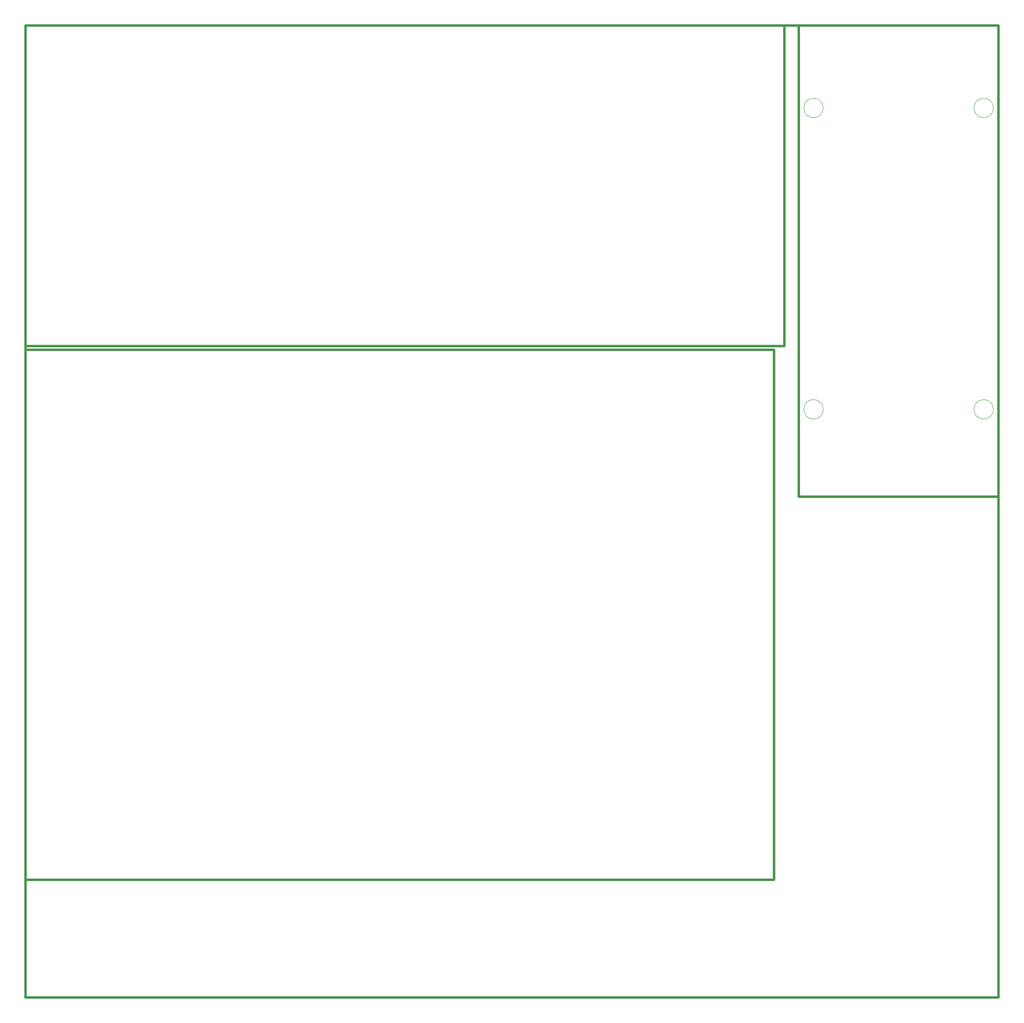
<source format=gbr>
%TF.GenerationSoftware,KiCad,Pcbnew,(6.0.2)*%
%TF.CreationDate,2022-03-17T16:38:25-03:00*%
%TF.ProjectId,painel1,7061696e-656c-4312-9e6b-696361645f70,rev?*%
%TF.SameCoordinates,Original*%
%TF.FileFunction,Profile,NP*%
%FSLAX46Y46*%
G04 Gerber Fmt 4.6, Leading zero omitted, Abs format (unit mm)*
G04 Created by KiCad (PCBNEW (6.0.2)) date 2022-03-17 16:38:25*
%MOMM*%
%LPD*%
G01*
G04 APERTURE LIST*
%TA.AperFunction,Profile*%
%ADD10C,0.100000*%
%TD*%
%TA.AperFunction,Profile*%
%ADD11C,0.500000*%
%TD*%
G04 APERTURE END LIST*
D10*
X194000000Y-125000000D02*
G75*
G03*
X194000000Y-125000000I-2000000J0D01*
G01*
X229000000Y-63000000D02*
G75*
G03*
X229000000Y-63000000I-2000000J0D01*
G01*
X229000000Y-125000000D02*
G75*
G03*
X229000000Y-125000000I-2000000J0D01*
G01*
D11*
X189000000Y-46000000D02*
X189000000Y-143000000D01*
X230000000Y-46000000D02*
X189000000Y-46000000D01*
X30000000Y-46000000D02*
X230000000Y-46000000D01*
X230000000Y-46000000D02*
X230000000Y-246000000D01*
X230000000Y-246000000D02*
X30000000Y-246000000D01*
X30000000Y-246000000D02*
X30000000Y-46000000D01*
D10*
X194000000Y-63000000D02*
G75*
G03*
X194000000Y-63000000I-2000000J0D01*
G01*
D11*
X29983923Y-112785188D02*
X183903923Y-112785188D01*
X183903923Y-112785188D02*
X183903923Y-221785188D01*
X183903923Y-221785188D02*
X29983923Y-221785188D01*
X29983923Y-221785188D02*
X29983923Y-112785188D01*
X230000000Y-143000000D02*
X230000000Y-46000000D01*
X30000000Y-46000000D02*
X186000000Y-46000000D01*
X186000000Y-46000000D02*
X186000000Y-112000000D01*
X186000000Y-112000000D02*
X30000000Y-112000000D01*
X30000000Y-112000000D02*
X30000000Y-46000000D01*
X189000000Y-143000000D02*
X230000000Y-143000000D01*
M02*

</source>
